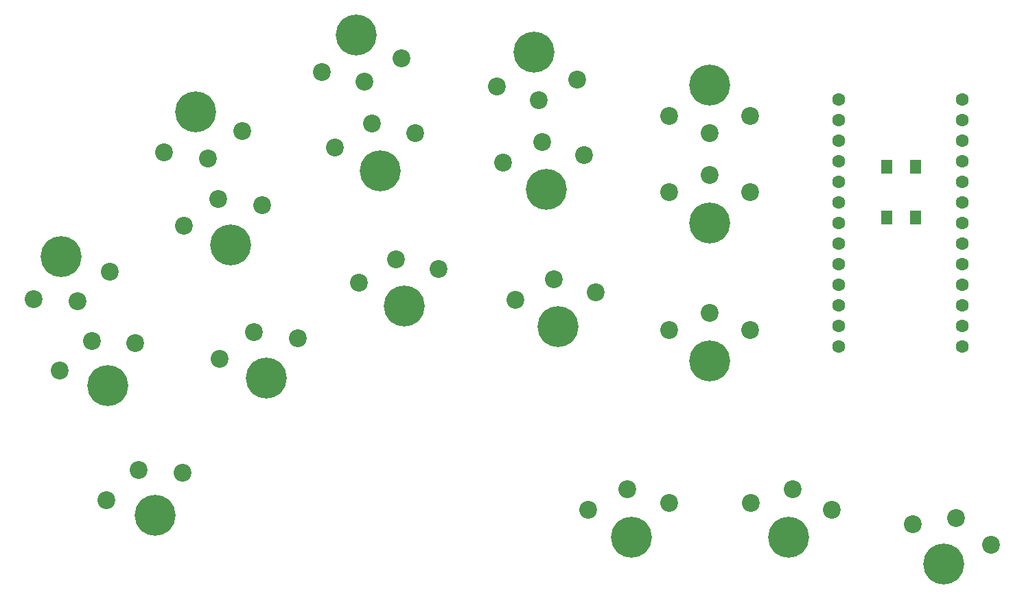
<source format=gts>
G04 #@! TF.GenerationSoftware,KiCad,Pcbnew,8.0.7*
G04 #@! TF.CreationDate,2025-03-14T09:47:22+07:00*
G04 #@! TF.ProjectId,Lapka,4c61706b-612e-46b6-9963-61645f706362,rev?*
G04 #@! TF.SameCoordinates,Original*
G04 #@! TF.FileFunction,Soldermask,Top*
G04 #@! TF.FilePolarity,Negative*
%FSLAX46Y46*%
G04 Gerber Fmt 4.6, Leading zero omitted, Abs format (unit mm)*
G04 Created by KiCad (PCBNEW 8.0.7) date 2025-03-14 09:47:22*
%MOMM*%
%LPD*%
G01*
G04 APERTURE LIST*
%ADD10C,5.050000*%
%ADD11C,2.200000*%
%ADD12R,1.400000X1.700000*%
%ADD13C,1.600000*%
G04 APERTURE END LIST*
D10*
G04 #@! TO.C,SW6*
X97829107Y-95014189D03*
D11*
X95811188Y-89470003D03*
X91830967Y-93153458D03*
X101227894Y-89733256D03*
G04 #@! TD*
D10*
G04 #@! TO.C,SW4*
X150420102Y-53866100D03*
D11*
X150934321Y-59743649D03*
X155732267Y-57215861D03*
X145770320Y-58087419D03*
G04 #@! TD*
D10*
G04 #@! TO.C,SW5*
X172090001Y-57919998D03*
D11*
X172090001Y-63819998D03*
X177090001Y-61719998D03*
X167090001Y-61719998D03*
G04 #@! TD*
D10*
G04 #@! TO.C,SW13*
X134383402Y-85199796D03*
D11*
X133358878Y-79389430D03*
X128799500Y-82325767D03*
X138647578Y-80589286D03*
G04 #@! TD*
D12*
G04 #@! TO.C,REF\u002A\u002A*
X193879999Y-74269998D03*
X193880002Y-67969999D03*
X197480002Y-74269999D03*
X197479999Y-67969999D03*
G04 #@! TD*
D13*
G04 #@! TO.C,U2*
X187960000Y-62230000D03*
X187960000Y-64770000D03*
X187960000Y-67310000D03*
X187960000Y-69850000D03*
X187960000Y-72390000D03*
X187960000Y-74930000D03*
X187960000Y-77470000D03*
X187960000Y-80010000D03*
X187960000Y-82550000D03*
X187960000Y-85090000D03*
X187960000Y-87630000D03*
X187960000Y-90170000D03*
X203200010Y-62229990D03*
X203200010Y-64769990D03*
X203200010Y-67309990D03*
X203200010Y-69849990D03*
X203200010Y-72389990D03*
X203200010Y-74929990D03*
X203200010Y-77469990D03*
X203200010Y-80009990D03*
X203200010Y-82549990D03*
X203200010Y-85089990D03*
X203200010Y-87629990D03*
X203200010Y-90169990D03*
X187960000Y-59690000D03*
X203200010Y-59689990D03*
G04 #@! TD*
D10*
G04 #@! TO.C,SW3*
X128479404Y-51716295D03*
D11*
X129503928Y-57526661D03*
X134063306Y-54590324D03*
X124215228Y-56326805D03*
G04 #@! TD*
D10*
G04 #@! TO.C,SW7*
X112997102Y-77661401D03*
D11*
X111470070Y-71962439D03*
X107183960Y-75284978D03*
X116843219Y-72696788D03*
G04 #@! TD*
D10*
G04 #@! TO.C,SW12*
X117396999Y-94082091D03*
D11*
X115869967Y-88383129D03*
X111583857Y-91705668D03*
X121243116Y-89117478D03*
G04 #@! TD*
D10*
G04 #@! TO.C,SW17*
X181814900Y-113672093D03*
D11*
X182329119Y-107794544D03*
X177165118Y-109450774D03*
X187127065Y-110322332D03*
G04 #@! TD*
D10*
G04 #@! TO.C,SW10*
X172090008Y-74919990D03*
D11*
X172090008Y-69019990D03*
X167090008Y-71119990D03*
X177090008Y-71119990D03*
G04 #@! TD*
D10*
G04 #@! TO.C,SW1*
X92014809Y-79039394D03*
D11*
X94032728Y-84583580D03*
X98012949Y-80900125D03*
X88616022Y-84320327D03*
G04 #@! TD*
D10*
G04 #@! TO.C,SW2*
X108597107Y-61240697D03*
D11*
X110124139Y-66939659D03*
X114410249Y-63617120D03*
X104750990Y-66205310D03*
G04 #@! TD*
D10*
G04 #@! TO.C,SW18*
X200933190Y-117043093D03*
D11*
X202460222Y-111344131D03*
X197087073Y-112078480D03*
X206746332Y-114666670D03*
G04 #@! TD*
D10*
G04 #@! TO.C,SW15*
X172090003Y-91919996D03*
D11*
X172090003Y-86019996D03*
X167090003Y-88119996D03*
X177090003Y-88119996D03*
G04 #@! TD*
D10*
G04 #@! TO.C,SW11*
X103643400Y-110988987D03*
D11*
X101625481Y-105444801D03*
X97645260Y-109128256D03*
X107042187Y-105708054D03*
G04 #@! TD*
D10*
G04 #@! TO.C,SW9*
X151901803Y-70801395D03*
D11*
X151387584Y-64923846D03*
X146589638Y-67451634D03*
X156551585Y-66580076D03*
G04 #@! TD*
D10*
G04 #@! TO.C,SW8*
X131431401Y-68458093D03*
D11*
X130406877Y-62647727D03*
X125847499Y-65584064D03*
X135695577Y-63847583D03*
G04 #@! TD*
D10*
G04 #@! TO.C,SW14*
X153383410Y-87736697D03*
D11*
X152869191Y-81859148D03*
X148071245Y-84386936D03*
X158033192Y-83515378D03*
G04 #@! TD*
D10*
G04 #@! TO.C,SW16*
X162401804Y-113672096D03*
D11*
X161887585Y-107794547D03*
X157089639Y-110322335D03*
X167051586Y-109450777D03*
G04 #@! TD*
M02*

</source>
